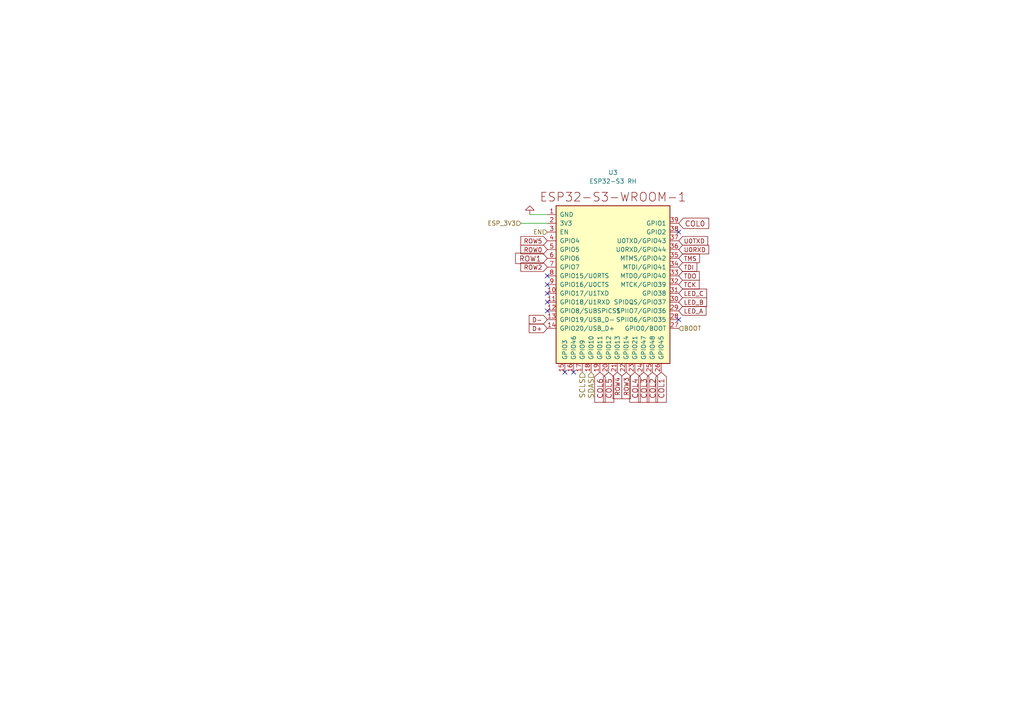
<source format=kicad_sch>
(kicad_sch (version 20211123) (generator eeschema)
  (paper "A4")
  (lib_symbols
    (symbol "Espressif:ESP32-S3-WROOM-1-Clean" (pin_names (offset 1.016))
      (property "Reference" "U" (at -16.51 22.86 0))
      (property "Value" "ESP32-S3-WROOM-1-Clean" (at -11.43 22.86 0))
      (symbol "ESP32-S3-WROOM-1-Clean_0_0"
        (rectangle (start -16.51 17.78) (end 16.51 -27.94) (stroke (width 0.254)) (fill (type background)))
        (text "ESP32-S3-WROOM-1" (at 0 20.32 0) (effects (font (size 2.54 2.54))))
        (pin power_in line (at -19.05 15.24 0) (length 2.54) (name "GND") (number "1"))
        (pin bidirectional line (at -19.05 -7.62 0) (length 2.54) (name "GPIO17/U1TXD") (number "10"))
        (pin bidirectional line (at -19.05 -10.16 0) (length 2.54) (name "GPIO18/U1RXD") (number "11"))
        (pin bidirectional line (at -19.05 -12.7 0) (length 2.54) (name "GPIO8/SUBSPICS1") (number "12"))
        (pin bidirectional line (at -19.05 -15.24 0) (length 2.54) (name "GPIO19/USB_D-") (number "13"))
        (pin bidirectional line (at -19.05 -17.78 0) (length 2.54) (name "GPIO20/USB_D+") (number "14"))
        (pin bidirectional line (at -13.97 -30.48 90) (length 2.54) (name "GPIO3") (number "15"))
        (pin bidirectional line (at -11.43 -30.48 90) (length 2.54) (name "GPIO46") (number "16"))
        (pin bidirectional line (at -8.89 -30.48 90) (length 2.54) (name "GPIO9") (number "17"))
        (pin bidirectional line (at -6.35 -30.48 90) (length 2.54) (name "GPIO10") (number "18"))
        (pin bidirectional line (at -3.81 -30.48 90) (length 2.54) (name "GPIO11") (number "19"))
        (pin power_in line (at -19.05 12.7 0) (length 2.54) (name "3V3") (number "2"))
        (pin bidirectional line (at -1.27 -30.48 90) (length 2.54) (name "GPIO12") (number "20"))
        (pin bidirectional line (at 1.27 -30.48 90) (length 2.54) (name "GPIO13") (number "21"))
        (pin bidirectional line (at 3.81 -30.48 90) (length 2.54) (name "GPIO14") (number "22"))
        (pin bidirectional line (at 6.35 -30.48 90) (length 2.54) (name "GPIO21") (number "23"))
        (pin bidirectional line (at 8.89 -30.48 90) (length 2.54) (name "GPIO47") (number "24"))
        (pin bidirectional line (at 11.43 -30.48 90) (length 2.54) (name "GPIO48") (number "25"))
        (pin bidirectional line (at 13.97 -30.48 90) (length 2.54) (name "GPIO45") (number "26"))
        (pin bidirectional line (at 19.05 -17.78 180) (length 2.54) (name "GPIO0/BOOT") (number "27"))
        (pin bidirectional line (at 19.05 -15.24 180) (length 2.54) (name "SPIIO6/GPIO35") (number "28"))
        (pin bidirectional line (at 19.05 -12.7 180) (length 2.54) (name "SPIIO7/GPIO36") (number "29"))
        (pin input line (at -19.05 10.16 0) (length 2.54) (name "EN") (number "3"))
        (pin bidirectional line (at 19.05 -10.16 180) (length 2.54) (name "SPIDQS/GPIO37") (number "30"))
        (pin bidirectional line (at 19.05 -7.62 180) (length 2.54) (name "GPIO38") (number "31"))
        (pin bidirectional line (at 19.05 -5.08 180) (length 2.54) (name "MTCK/GPIO39") (number "32"))
        (pin bidirectional line (at 19.05 -2.54 180) (length 2.54) (name "MTDO/GPIO40") (number "33"))
        (pin bidirectional line (at 19.05 0 180) (length 2.54) (name "MTDI/GPIO41") (number "34"))
        (pin bidirectional line (at 19.05 2.54 180) (length 2.54) (name "MTMS/GPIO42") (number "35"))
        (pin bidirectional line (at 19.05 5.08 180) (length 2.54) (name "U0RXD/GPIO44") (number "36"))
        (pin bidirectional line (at 19.05 7.62 180) (length 2.54) (name "U0TXD/GPIO43") (number "37"))
        (pin bidirectional line (at 19.05 10.16 180) (length 2.54) (name "GPIO2") (number "38"))
        (pin bidirectional line (at 19.05 12.7 180) (length 2.54) (name "GPIO1") (number "39"))
        (pin bidirectional line (at -19.05 7.62 0) (length 2.54) (name "GPIO4") (number "4"))
        (pin passive line (at 19.05 15.24 180) (length 2.54) hide (name "GND") (number "40"))
        (pin passive line (at 19.05 17.78 180) (length 2.54) hide (name "GND") (number "41"))
        (pin bidirectional line (at -19.05 5.08 0) (length 2.54) (name "GPIO5") (number "5"))
        (pin bidirectional line (at -19.05 2.54 0) (length 2.54) (name "GPIO6") (number "6"))
        (pin bidirectional line (at -19.05 0 0) (length 2.54) (name "GPIO7") (number "7"))
        (pin bidirectional line (at -19.05 -2.54 0) (length 2.54) (name "GPIO15/U0RTS") (number "8"))
        (pin bidirectional line (at -19.05 -5.08 0) (length 2.54) (name "GPIO16/U0CTS") (number "9"))
      )
    )
    (symbol "component:GND" (power) (pin_names (offset 0))
      (symbol "GND_0_1"
        (polyline (pts (xy 0 0) (xy 0 1.27) (xy 0 1.27)))
        (polyline (pts (xy -1.27 0) (xy 0 -1.27) (xy 1.27 0) (xy -1.27 0)))
      )
      (symbol "GND_1_1"
        (pin power_in line (at 0 1.27 270) (length 0) hide (name "GND") (number "1"))
      )
    )
  )
  (no_connect (at 196.85 92.71))
  (no_connect (at 158.75 80.01))
  (no_connect (at 158.75 82.55))
  (no_connect (at 166.37 107.95))
  (no_connect (at 196.85 67.31))
  (no_connect (at 158.75 85.09))
  (no_connect (at 158.75 87.63))
  (no_connect (at 163.83 107.95))
  (no_connect (at 158.75 90.17))
  (wire (pts (xy 151.13 64.77) (xy 158.75 64.77)))
  (wire (pts (xy 153.67 62.23) (xy 158.75 62.23)))
  (global_label "LED_C" (shape input) (at 196.85 85.09 0) (property "Intersheet References" "${INTERSHEET_REFS}" (effects hide)))
  (global_label "ROW0" (shape input) (at 158.75 72.39 180) (property "Intersheet References" "${INTERSHEET_REFS}" (effects hide)))
  (global_label "D+" (shape input) (at 158.75 95.25 180) (property "Intersheet References" "${INTERSHEET_REFS}" (effects hide)))
  (global_label "TMS" (shape input) (at 196.85 74.93 0) (property "Intersheet References" "${INTERSHEET_REFS}" (effects hide)))
  (global_label "COL4" (shape input) (at 184.15 107.95 270) (effects (font (size 1.524 1.524))) (property "Intersheet References" "${INTERSHEET_REFS}" (effects hide)))
  (global_label "COL5" (shape input) (at 176.53 107.95 270) (effects (font (size 1.524 1.524))) (property "Intersheet References" "${INTERSHEET_REFS}" (effects hide)))
  (global_label "U0RXD" (shape input) (at 196.85 72.39 0) (property "Intersheet References" "${INTERSHEET_REFS}" (effects hide)))
  (global_label "ROW1" (shape input) (at 158.75 74.93 180) (effects (font (size 1.524 1.524))) (property "Intersheet References" "${INTERSHEET_REFS}" (effects hide)))
  (global_label "D-" (shape input) (at 158.75 92.71 180) (property "Intersheet References" "${INTERSHEET_REFS}" (effects hide)))
  (global_label "ROW3" (shape input) (at 181.61 107.95 270) (property "Intersheet References" "${INTERSHEET_REFS}" (effects hide)))
  (global_label "TCK" (shape input) (at 196.85 82.55 0) (property "Intersheet References" "${INTERSHEET_REFS}" (effects hide)))
  (global_label "TDI" (shape input) (at 196.85 77.47 0) (property "Intersheet References" "${INTERSHEET_REFS}" (effects hide)))
  (global_label "U0TXD" (shape input) (at 196.85 69.85 0) (property "Intersheet References" "${INTERSHEET_REFS}" (effects hide)))
  (global_label "COL1" (shape input) (at 191.77 107.95 270) (effects (font (size 1.524 1.524))) (property "Intersheet References" "${INTERSHEET_REFS}" (effects hide)))
  (global_label "LED_B" (shape input) (at 196.85 87.63 0) (property "Intersheet References" "${INTERSHEET_REFS}" (effects hide)))
  (global_label "COL2" (shape input) (at 189.23 107.95 270) (effects (font (size 1.524 1.524))) (property "Intersheet References" "${INTERSHEET_REFS}" (effects hide)))
  (global_label "ROW2" (shape input) (at 158.75 77.47 180) (property "Intersheet References" "${INTERSHEET_REFS}" (effects hide)))
  (global_label "COL6" (shape input) (at 173.99 107.95 270) (effects (font (size 1.524 1.524))) (property "Intersheet References" "${INTERSHEET_REFS}" (effects hide)))
  (global_label "TDO" (shape input) (at 196.85 80.01 0) (property "Intersheet References" "${INTERSHEET_REFS}" (effects hide)))
  (global_label "COL0" (shape input) (at 196.85 64.77 0) (effects (font (size 1.524 1.524))) (property "Intersheet References" "${INTERSHEET_REFS}" (effects hide)))
  (global_label "LED_A" (shape input) (at 196.85 90.17 0) (property "Intersheet References" "${INTERSHEET_REFS}" (effects hide)))
  (global_label "COL3" (shape input) (at 186.69 107.95 270) (effects (font (size 1.524 1.524))) (property "Intersheet References" "${INTERSHEET_REFS}" (effects hide)))
  (global_label "ROW4" (shape input) (at 179.07 107.95 270) (property "Intersheet References" "${INTERSHEET_REFS}" (effects hide)))
  (global_label "ROW5" (shape input) (at 158.75 69.85 180) (property "Intersheet References" "${INTERSHEET_REFS}" (effects hide)))
  (hierarchical_label "ESP_3V3" (shape input) (at 151.13 64.77 180))
  (hierarchical_label "SDAS" (shape input) (at 171.45 107.95 270) (effects (font (size 1.524 1.524))))
  (hierarchical_label "SCLS" (shape input) (at 168.91 107.95 270) (effects (font (size 1.524 1.524))))
  (hierarchical_label "EN" (shape input) (at 158.75 67.31 180))
  (hierarchical_label "BOOT" (shape input) (at 196.85 95.25 0))
  (symbol (lib_id "Espressif:ESP32-S3-WROOM-1-Clean") (at 177.8 77.47 0) (unit 1)
    (property "Reference" "U3" (at 177.8 50.038 0))
    (property "Value" "ESP32-S3 RH" (at 177.8 52.578 0))
    (property "Footprint" "Espressif:ESP32-S3-WROOM-1" (effects hide))
    (property "Datasheet" "https://www.espressif.com/sites/default/files/documentation/esp32-s3-wroom-1_wroom-1u_datasheet_en.pdf" (effects hide))
  )
  (symbol (lib_id "component:GND") (at 153.67 60.96 0) (mirror x) (unit 1)
    (property "Reference" "#PWR035" (effects hide))
    (property "Value" "GND" (effects hide))
  )
)
</source>
